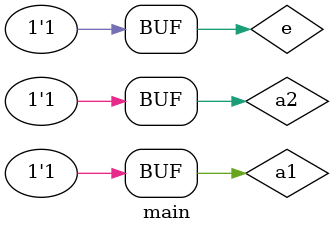
<source format=v>
module main;
	reg a1,a2,e;
	wire o1,o2,o3,o4;

	decoder d(a1,a2,e,o1,o2,o3,o4);
initial begin

a1=0;a2=0;e=0;
#5
a1=0;a2=1;e=0;
#5
a1=0;a2=0;e=1;
#5
a1=0;a2=1;e=1;
#5
a1=1;a2=0;e=1;
#5
a1=1;a2=1;e=1;
end
initial begin
	$monitor("input = %d%d, enable = %d, output = %d%d%d%d",a1,a2,e,o1,o2,o3,o4);
end
endmodule
</source>
